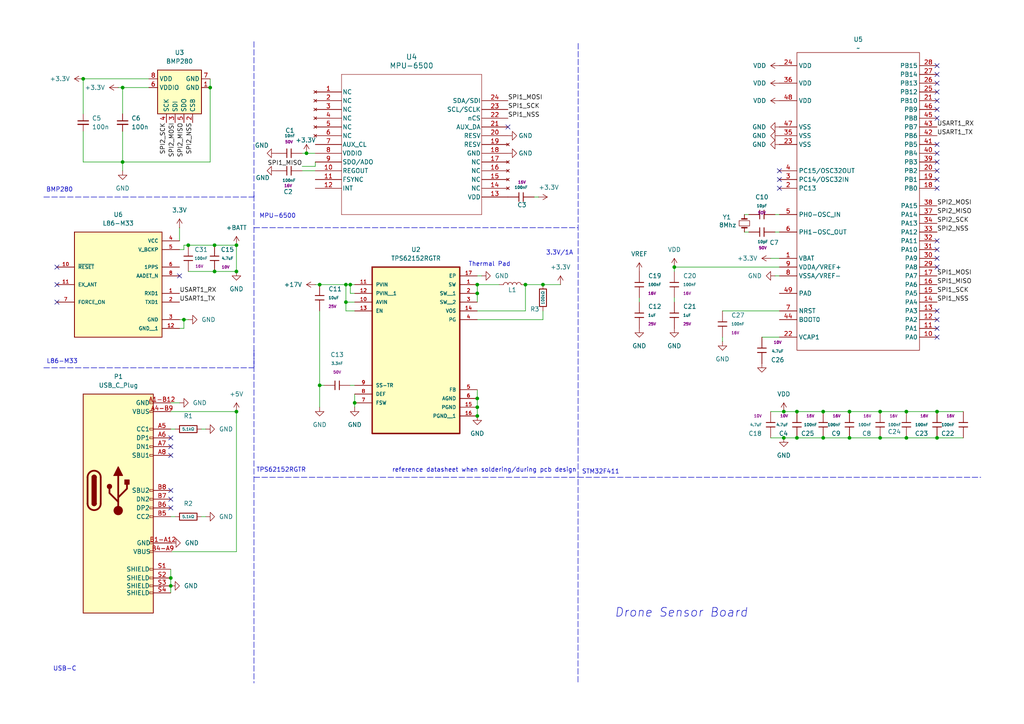
<source format=kicad_sch>
(kicad_sch (version 20250114) (generator "eeschema") (generator_version "9.0")
  (paper "A4")
  (text "L86-M33\n" (at 18.034 104.902 0) (effects (font (size 1.27 1.27))))
  (text "STM32F411\n" (at 174.244 136.906 0) (effects (font (size 1.27 1.27))))
  (text "USB-C\n" (at 18.796 194.056 0) (effects (font (size 1.27 1.27))))
  (text "TPS62152RGTR" (at 81.534 136.398 0) (effects (font (size 1.27 1.27))))
  (text "reference datasheet when soldering/during pcb design\n" (at 140.462 136.398 0) (effects (font (size 1.27 1.27))))
  (text "Thermal Pad\n" (at 141.986 76.708 0) (effects (font (size 1.27 1.27))))
  (text "3.3V/1A\n" (at 162.306 73.406 0) (effects (font (size 1.27 1.27))))
  (text "MPU-6500" (at 80.518 62.738 0) (effects (font (size 1.27 1.27))))
  (text "Drone Sensor Board" (at 197.612 177.8 0) (effects (font (size 2.54 2.54) (italic yes))))
  (text "BMP280" (at 17.272 55.118 0) (effects (font (size 1.27 1.27))))
  (junction (at 262.89 127))
  (junction (at 246.38 127))
  (junction (at 238.76 119.38))
  (junction (at 68.58 119.38))
  (junction (at 92.71 82.55))
  (junction (at 35.56 46.99))
  (junction (at 246.38 119.38))
  (junction (at 138.43 82.55))
  (junction (at 152.4 82.55))
  (junction (at 138.43 115.57))
  (junction (at 138.43 118.11))
  (junction (at 62.23 71.12))
  (junction (at 271.78 127))
  (junction (at 60.96 25.4))
  (junction (at 195.58 77.47))
  (junction (at 227.33 119.38))
  (junction (at 231.14 127))
  (junction (at 227.33 127))
  (junction (at 100.33 87.63))
  (junction (at 255.27 127))
  (junction (at 138.43 85.09))
  (junction (at 138.43 120.65))
  (junction (at 231.14 119.38))
  (junction (at 24.13 22.86))
  (junction (at 35.56 25.4))
  (junction (at 68.58 78.74))
  (junction (at 88.9 44.45))
  (junction (at 102.87 116.84))
  (junction (at 62.23 78.74))
  (junction (at 262.89 119.38))
  (junction (at 49.53 167.64))
  (junction (at 271.78 119.38))
  (junction (at 54.61 71.12))
  (junction (at 68.58 71.12))
  (junction (at 49.53 169.926))
  (junction (at 255.27 119.38))
  (junction (at 101.6 82.55))
  (junction (at 53.34 92.71))
  (junction (at 92.71 111.76))
  (junction (at 100.33 82.55))
  (junction (at 238.76 127))
  (junction (at 157.48 82.55))
  (no_connect (at 226.06 54.61))
  (no_connect (at 271.78 54.61))
  (no_connect (at 271.78 74.93))
  (no_connect (at 271.78 29.21))
  (no_connect (at 16.51 87.63))
  (no_connect (at 49.53 127))
  (no_connect (at 271.78 97.79))
  (no_connect (at 226.06 52.07))
  (no_connect (at 271.78 52.07))
  (no_connect (at 226.06 49.53))
  (no_connect (at 271.78 31.75))
  (no_connect (at 52.07 80.01))
  (no_connect (at 271.78 24.13))
  (no_connect (at 271.78 90.17))
  (no_connect (at 49.53 142.24))
  (no_connect (at 49.53 132.08))
  (no_connect (at 271.78 46.99))
  (no_connect (at 147.32 36.83))
  (no_connect (at 271.78 41.91))
  (no_connect (at 271.78 49.53))
  (no_connect (at 271.78 44.45))
  (no_connect (at 271.78 72.39))
  (no_connect (at 271.78 77.47))
  (no_connect (at 16.51 77.47))
  (no_connect (at 271.78 95.25))
  (no_connect (at 271.78 19.05))
  (no_connect (at 271.78 69.85))
  (no_connect (at 271.78 26.67))
  (no_connect (at 271.78 92.71))
  (no_connect (at 49.53 144.78))
  (no_connect (at 49.53 147.32))
  (no_connect (at 16.51 82.55))
  (no_connect (at 271.78 21.59))
  (no_connect (at 271.78 34.29))
  (no_connect (at 49.53 129.54))
  (wire (pts (xy 185.42 86.36) (xy 185.42 87.63)))
  (wire (pts (xy 152.4 82.55) (xy 157.48 82.55)))
  (wire (pts (xy 91.44 82.55) (xy 92.71 82.55)))
  (wire (pts (xy 195.58 78.74) (xy 195.58 77.47)))
  (wire (pts (xy 35.56 49.53) (xy 35.56 46.99)))
  (wire (pts (xy 209.55 90.17) (xy 226.06 90.17)))
  (wire (pts (xy 88.9 44.45) (xy 91.44 44.45)))
  (wire (pts (xy 52.07 66.04) (xy 52.07 69.85)))
  (wire (pts (xy 255.27 127) (xy 262.89 127)))
  (polyline (pts (xy 167.64 138.43) (xy 284.48 138.43)) (stroke (width 0) (type dash)))
  (wire (pts (xy 35.56 46.99) (xy 60.96 46.99)))
  (wire (pts (xy 87.63 48.26) (xy 91.44 48.26)))
  (wire (pts (xy 223.52 74.93) (xy 226.06 74.93)))
  (polyline (pts (xy 73.66 56.6989) (xy 73.66 106.68)) (stroke (width 0) (type dash)))
  (wire (pts (xy 220.98 97.79) (xy 226.06 97.79)))
  (wire (pts (xy 24.13 38.1) (xy 24.13 46.99)))
  (wire (pts (xy 49.53 169.926) (xy 49.53 171.958)))
  (wire (pts (xy 93.98 111.76) (xy 92.71 111.76)))
  (wire (pts (xy 53.34 72.39) (xy 52.07 72.39)))
  (wire (pts (xy 43.18 25.4) (xy 35.56 25.4)))
  (polyline (pts (xy 73.66 101.6) (xy 73.66 198.12)) (stroke (width 0) (type dash)))
  (wire (pts (xy 34.29 25.4) (xy 35.56 25.4)))
  (wire (pts (xy 138.43 90.17) (xy 152.4 90.17)))
  (wire (pts (xy 68.58 71.12) (xy 68.58 78.74)))
  (wire (pts (xy 246.38 127) (xy 238.76 127)))
  (wire (pts (xy 101.6 82.55) (xy 102.87 82.55)))
  (wire (pts (xy 227.33 119.38) (xy 231.14 119.38)))
  (wire (pts (xy 102.87 87.63) (xy 100.33 87.63)))
  (wire (pts (xy 54.61 92.71) (xy 53.34 92.71)))
  (wire (pts (xy 156.21 57.15) (xy 154.94 57.15)))
  (wire (pts (xy 54.61 78.74) (xy 62.23 78.74)))
  (wire (pts (xy 59.69 149.86) (xy 58.42 149.86)))
  (wire (pts (xy 279.4 119.38) (xy 271.78 119.38)))
  (wire (pts (xy 24.13 22.86) (xy 24.13 33.02)))
  (polyline (pts (xy 12.7 57.15) (xy 73.66 57.15)) (stroke (width 0) (type dash)))
  (wire (pts (xy 138.43 82.55) (xy 144.78 82.55)))
  (wire (pts (xy 62.23 78.74) (xy 68.58 78.74)))
  (wire (pts (xy 246.38 119.38) (xy 238.76 119.38)))
  (wire (pts (xy 226.06 80.01) (xy 224.79 80.01)))
  (wire (pts (xy 35.56 46.99) (xy 35.56 38.1)))
  (wire (pts (xy 102.87 90.17) (xy 100.33 90.17)))
  (wire (pts (xy 102.87 118.11) (xy 102.87 116.84)))
  (polyline (pts (xy 167.691 12.5854) (xy 167.6655 127.5777)) (stroke (width 0) (type dash)))
  (wire (pts (xy 102.87 85.09) (xy 101.6 85.09)))
  (wire (pts (xy 215.9 67.31) (xy 217.17 67.31)))
  (wire (pts (xy 92.71 82.55) (xy 100.33 82.55)))
  (wire (pts (xy 101.6 111.76) (xy 102.87 111.76)))
  (wire (pts (xy 49.53 124.46) (xy 50.8 124.46)))
  (wire (pts (xy 91.44 48.26) (xy 91.44 46.99)))
  (wire (pts (xy 68.58 119.38) (xy 68.58 160.02)))
  (wire (pts (xy 102.87 114.3) (xy 102.87 116.84)))
  (wire (pts (xy 223.52 119.38) (xy 227.33 119.38)))
  (wire (pts (xy 271.78 127) (xy 262.89 127)))
  (wire (pts (xy 35.56 25.4) (xy 35.56 33.02)))
  (wire (pts (xy 53.34 92.71) (xy 52.07 92.71)))
  (wire (pts (xy 53.34 71.12) (xy 53.34 72.39)))
  (wire (pts (xy 231.14 119.38) (xy 238.76 119.38)))
  (wire (pts (xy 138.43 118.11) (xy 138.43 120.65)))
  (wire (pts (xy 279.4 127) (xy 271.78 127)))
  (wire (pts (xy 224.79 67.31) (xy 226.06 67.31)))
  (wire (pts (xy 157.48 92.71) (xy 157.48 90.17)))
  (wire (pts (xy 139.7 80.01) (xy 138.43 80.01)))
  (wire (pts (xy 157.48 92.71) (xy 138.43 92.71)))
  (wire (pts (xy 271.78 119.38) (xy 262.89 119.38)))
  (wire (pts (xy 255.27 119.38) (xy 246.38 119.38)))
  (wire (pts (xy 138.43 113.03) (xy 138.43 115.57)))
  (wire (pts (xy 238.76 127) (xy 231.14 127)))
  (wire (pts (xy 87.63 44.45) (xy 88.9 44.45)))
  (wire (pts (xy 49.53 119.38) (xy 68.58 119.38)))
  (wire (pts (xy 60.96 46.99) (xy 60.96 25.4)))
  (wire (pts (xy 54.61 71.12) (xy 62.23 71.12)))
  (wire (pts (xy 162.56 82.55) (xy 157.48 82.55)))
  (wire (pts (xy 60.96 22.86) (xy 60.96 25.4)))
  (polyline (pts (xy 167.6655 127.5777) (xy 167.64 198.12)) (stroke (width 0) (type dash)))
  (polyline (pts (xy 73.66 12.065) (xy 73.66 57.15)) (stroke (width 0) (type dash)))
  (wire (pts (xy 138.43 115.57) (xy 138.43 118.11)))
  (wire (pts (xy 49.784 160.02) (xy 68.58 160.02)))
  (wire (pts (xy 215.9 62.23) (xy 217.17 62.23)))
  (wire (pts (xy 138.43 85.09) (xy 138.43 82.55)))
  (wire (pts (xy 195.58 86.36) (xy 195.58 87.63)))
  (wire (pts (xy 49.53 167.64) (xy 49.53 169.926)))
  (wire (pts (xy 50.8 149.86) (xy 49.53 149.86)))
  (wire (pts (xy 224.79 62.23) (xy 226.06 62.23)))
  (wire (pts (xy 100.33 87.63) (xy 100.33 82.55)))
  (wire (pts (xy 262.89 119.38) (xy 255.27 119.38)))
  (wire (pts (xy 53.34 95.25) (xy 53.34 92.71)))
  (wire (pts (xy 100.33 82.55) (xy 101.6 82.55)))
  (wire (pts (xy 52.07 116.84) (xy 49.53 116.84)))
  (wire (pts (xy 227.33 127) (xy 223.52 127)))
  (wire (pts (xy 227.33 127) (xy 231.14 127)))
  (wire (pts (xy 255.27 127) (xy 246.38 127)))
  (wire (pts (xy 24.13 46.99) (xy 35.56 46.99)))
  (wire (pts (xy 49.53 165.1) (xy 49.53 167.64)))
  (wire (pts (xy 100.33 90.17) (xy 100.33 87.63)))
  (wire (pts (xy 101.6 85.09) (xy 101.6 82.55)))
  (wire (pts (xy 53.34 71.12) (xy 54.61 71.12)))
  (polyline (pts (xy 73.66 138.43) (xy 167.64 138.43)) (stroke (width 0) (type dash)))
  (wire (pts (xy 152.4 90.17) (xy 152.4 82.55)))
  (wire (pts (xy 62.23 71.12) (xy 68.58 71.12)))
  (polyline (pts (xy 73.66 66.04) (xy 167.64 66.04)) (stroke (width 0) (type dash)))
  (wire (pts (xy 92.71 90.17) (xy 92.71 111.76)))
  (wire (pts (xy 43.18 22.86) (xy 24.13 22.86)))
  (wire (pts (xy 92.71 111.76) (xy 92.71 118.11)))
  (wire (pts (xy 87.63 49.53) (xy 91.44 49.53)))
  (polyline (pts (xy 12.7 106.68) (xy 73.66 106.68)) (stroke (width 0) (type dash)))
  (wire (pts (xy 59.69 124.46) (xy 58.42 124.46)))
  (wire (pts (xy 52.07 95.25) (xy 53.34 95.25)))
  (wire (pts (xy 195.58 77.47) (xy 226.06 77.47)))
  (wire (pts (xy 138.43 87.63) (xy 138.43 85.09)))
  (wire (pts (xy 209.55 99.06) (xy 209.55 97.79)))
  (label "USART1_RX" (at 52.07 85.09 0))
  (label "SPI1_SCK" (at 147.32 31.75 0))
  (label "SPI1_MISO" (at 87.63 48.26 180))
  (label "SPI1_NSS" (at 147.32 34.29 0))
  (label "SPI2_NSS" (at 55.88 35.56 270))
  (label "SPI2_SCK" (at 48.26 35.56 270))
  (label "SPI2_MISO" (at 271.78 62.23 0))
  (label "SPI1_MOSI" (at 147.32 29.21 0))
  (label "SPI1_SCK" (at 271.78 85.09 0))
  (label "USART1_TX" (at 52.07 87.63 0))
  (label "SPI1_MOSI" (at 271.78 80.01 0))
  (label "SPI2_MOSI" (at 271.78 59.69 0))
  (label "SPI1_NSS" (at 271.78 87.63 0))
  (label "SPI2_MOSI" (at 50.8 35.56 270))
  (label "SPI2_SCK" (at 271.78 64.77 0))
  (label "USART1_RX" (at 271.78 36.83 0))
  (label "SPI1_MISO" (at 271.78 82.55 0))
  (label "SPI2_NSS" (at 271.78 67.31 0))
  (label "SPI2_MISO" (at 53.34 35.56 270))
  (label "USART1_TX" (at 271.78 39.37 0))
  (symbol (lib_id "power:GND") (at 147.32 39.37 90) (unit 1)
    (property "Reference" "#PWR05" (effects (hide yes)))
    (property "Value" "GND" (at 150.368 39.37 90) (effects (justify right)))
    (property "Description" "Power symbol creates a global label with name \"GND\" , ground" (effects (hide yes)))
  )
  (symbol (lib_id "power:+3.3V") (at 162.56 82.55 0) (unit 1)
    (property "Reference" "#PWR037" (effects (hide yes)))
    (property "Value" "+3.3V" (at 162.56 77.47 0))
    (property "Description" "Power symbol creates a global label with name \"+3.3V\"" (effects (hide yes)))
  )
  (symbol (lib_name "0402,100nF_1") (lib_id "PCM_JLCPCB-Capacitors:0402,100nF") (at 54.61 74.93 0) (unit 1)
    (property "Reference" "C31" (at 56.388 72.39 0) (effects (justify left)))
    (property "Value" "100nF" (at 56.388 74.93 0) (effects (font (size 0.8 0.8)) (justify left)))
    (property "Footprint" "PCM_JLCPCB:C_0402" (effects (hide yes)))
    (property "Datasheet" "https://www.lcsc.com/datasheet/lcsc_datasheet_2304140030_Samsung-Electro-Mechanics-CL05B104KO5NNNC_C1525.pdf" (effects (hide yes)))
    (property "Description" "16V 100nF X7R ±10% 0402 Multilayer Ceramic Capacitors MLCC - SMD/SMT ROHS" (effects (hide yes)))
    (property "LCSC" "C1525" (effects (hide yes)))
    (property "Stock" "21618579" (effects (hide yes)))
    (property "Price" "0.004USD" (effects (hide yes)))
    (property "Process" "SMT" (effects (hide yes)))
    (property "Minimum Qty" "20" (effects (hide yes)))
    (property "Attrition Qty" "10" (effects (hide yes)))
    (property "Class" "Basic Component" (effects (hide yes)))
    (property "Category" "Capacitors,Multilayer Ceramic Capacitors MLCC - SMD/SMT" (effects (hide yes)))
    (property "Manufacturer" "Samsung Electro-Mechanics" (effects (hide yes)))
    (property "Part" "CL05B104KO5NNNC" (effects (hide yes)))
    (property "Voltage Rated" "16V" (at 56.642 77.216 0) (effects (font (size 0.8 0.8)) (justify left)))
    (property "Tolerance" "±10%" (effects (hide yes)))
    (property "Capacitance" "100nF" (effects (hide yes)))
    (property "Temperature Coefficient" "X7R" (effects (hide yes)))
  )
  (symbol (lib_id "Connector:USB_C_Plug_12pin") (at 34.29 142.24 0) (unit 1)
    (property "Reference" "P1" (at 34.3535 109.22 0))
    (property "Value" "USB_C_Plug" (at 34.3535 111.76 0))
    (property "Description" "USB Type-C Plug connector" (effects (hide yes)))
  )
  (symbol (lib_id "power:+BATT") (at 68.58 71.12 0) (unit 1)
    (property "Reference" "#PWR040" (effects (hide yes)))
    (property "Value" "+BATT" (at 68.58 66.04 0))
    (property "Description" "Power symbol creates a global label with name \"+BATT\"" (effects (hide yes)))
  )
  (symbol (lib_id "PCM_JLCPCB-Capacitors:0402,100nF") (at 83.82 49.53 90) (unit 1)
    (property "Reference" "C2" (at 83.566 55.626 90))
    (property "Value" "100nF" (at 83.82 52.324 90) (effects (font (size 0.8 0.8))))
    (property "Footprint" "PCM_JLCPCB:C_0402" (effects (hide yes)))
    (property "Datasheet" "https://www.lcsc.com/datasheet/lcsc_datasheet_2304140030_Samsung-Electro-Mechanics-CL05B104KO5NNNC_C1525.pdf" (effects (hide yes)))
    (property "Description" "16V 100nF X7R ±10% 0402 Multilayer Ceramic Capacitors MLCC - SMD/SMT ROHS" (effects (hide yes)))
    (property "LCSC" "C1525" (effects (hide yes)))
    (property "Stock" "24076106" (effects (hide yes)))
    (property "Price" "0.004USD" (effects (hide yes)))
    (property "Process" "SMT" (effects (hide yes)))
    (property "Minimum Qty" "20" (effects (hide yes)))
    (property "Attrition Qty" "10" (effects (hide yes)))
    (property "Class" "Basic Component" (effects (hide yes)))
    (property "Category" "Capacitors,Multilayer Ceramic Capacitors MLCC - SMD/SMT" (effects (hide yes)))
    (property "Manufacturer" "Samsung Electro-Mechanics" (effects (hide yes)))
    (property "Part" "CL05B104KO5NNNC" (effects (hide yes)))
    (property "Voltage Rated" "16V" (at 83.566 53.848 90) (effects (font (size 0.8 0.8))))
    (property "Tolerance" "±10%" (effects (hide yes)))
    (property "Capacitance" "100nF" (effects (hide yes)))
    (property "Temperature Coefficient" "X7R" (effects (hide yes)))
  )
  (symbol (lib_id "PCM_JLCPCB-Resistors:0402,100kΩ") (at 157.48 86.36 180) (unit 1)
    (property "Reference" "R3" (at 156.464 89.662 0) (effects (justify left)))
    (property "Value" "100kΩ" (at 157.48 86.36 90) (effects (font (size 0.8 0.8))))
    (property "Footprint" "PCM_JLCPCB:R_0402" (effects (hide yes)))
    (property "Datasheet" "https://www.lcsc.com/datasheet/lcsc_datasheet_2206010100_UNI-ROYAL-Uniroyal-Elec-0402WGF1003TCE_C25741.pdf" (effects (hide yes)))
    (property "Description" "62.5mW Thick Film Resistors 50V ±100ppm/°C ±1% 100kΩ 0402 Chip Resistor - Surface Mount ROHS" (effects (hide yes)))
    (property "LCSC" "C25741" (effects (hide yes)))
    (property "Stock" "4131148" (effects (hide yes)))
    (property "Price" "0.004USD" (effects (hide yes)))
    (property "Process" "SMT" (effects (hide yes)))
    (property "Minimum Qty" "20" (effects (hide yes)))
    (property "Attrition Qty" "10" (effects (hide yes)))
    (property "Class" "Basic Component" (effects (hide yes)))
    (property "Category" "Resistors,Chip Resistor - Surface Mount" (effects (hide yes)))
    (property "Manufacturer" "UNI-ROYAL(Uniroyal Elec)" (effects (hide yes)))
    (property "Part" "0402WGF1003TCE" (effects (hide yes)))
    (property "Resistance" "100kΩ" (effects (hide yes)))
    (property "Power(Watts)" "62.5mW" (effects (hide yes)))
    (property "Type" "Thick Film Resistors" (effects (hide yes)))
    (property "Overload Voltage (Max)" "50V" (effects (hide yes)))
    (property "Operating Temperature Range" "-55°C~+155°C" (effects (hide yes)))
    (property "Tolerance" "±1%" (effects (hide yes)))
    (property "Temperature Coefficient" "±100ppm/°C" (effects (hide yes)))
  )
  (symbol (lib_id "STM32:STM32F411CEU6") (at 248.92 59.69 0) (unit 1)
    (property "Reference" "U5" (at 248.92 11.43 0))
    (property "Value" "~" (at 248.92 13.97 0))
    (property "Footprint" "ProLib_pcs_2025-03-31:UFQFPN-48_L7.0-W7.0-P0.50-BL-EP" (effects (hide yes)))
    (property "Datasheet" "https://atta.szlcsc.com/upload/public/pdf/source/20151026/1457707507170.pdf" (effects (hide yes)))
    (property "Description" "CPU Core:ARM-M4 CPU Maximum Speed:100MHz Program Storage Size:512KB Program Memory Type:FLASH Number of I/O:36 ADC (Bit):12bit Low Voltage Detection Threshold:1.7V~3.6V Low Voltage Detection Threshold:1.7V~3.6V Application Area:-" (effects (hide yes)))
    (property "Manufacturer Part" "STM32F411CEU6" (effects (hide yes)))
    (property "Manufacturer" "ST(意法半导体)" (effects (hide yes)))
    (property "Supplier Part" "C60420" (effects (hide yes)))
    (property "Supplier" "LCSC" (effects (hide yes)))
    (property "LCSC Part Name" "带DSP和FPU的高性能基本型系列ARM Cortex-M4 MCU，具有512 KB Flash、100 MHz CPU和ART加速器" (effects (hide yes)))
  )
  (symbol (lib_id "power:GND") (at 138.43 120.65 0) (unit 1)
    (property "Reference" "#PWR036" (effects (hide yes)))
    (property "Value" "GND" (at 138.43 125.73 0))
    (property "Description" "Power symbol creates a global label with name \"GND\" , ground" (effects (hide yes)))
  )
  (symbol (lib_id "power:GND") (at 80.01 44.45 270) (unit 1)
    (property "Reference" "#PWR02" (effects (hide yes)))
    (property "Value" "GND" (at 77.978 42.164 90) (effects (justify right)))
    (property "Description" "Power symbol creates a global label with name \"GND\" , ground" (effects (hide yes)))
  )
  (symbol (lib_id "power:GND") (at 227.33 127 0) (unit 1)
    (property "Reference" "#PWR019" (effects (hide yes)))
    (property "Value" "GND" (at 227.33 132.08 0))
    (property "Description" "Power symbol creates a global label with name \"GND\" , ground" (effects (hide yes)))
  )
  (symbol (lib_id "power:VDD") (at 195.58 77.47 0) (unit 1)
    (property "Reference" "#PWR08" (effects (hide yes)))
    (property "Value" "VDD" (at 195.58 72.39 0))
    (property "Description" "Power symbol creates a global label with name \"VDD\"" (effects (hide yes)))
  )
  (symbol (lib_id "power:GND") (at 49.784 157.48 90) (unit 1)
    (property "Reference" "#PWR016" (effects (hide yes)))
    (property "Value" "GND" (at 53.594 157.4799 90) (effects (justify right)))
    (property "Description" "Power symbol creates a global label with name \"GND\" , ground" (effects (hide yes)))
  )
  (symbol (lib_id "PCM_JLCPCB-Capacitors:0402,4.7uF") (at 223.52 123.19 0) (unit 1)
    (property "Reference" "C18" (at 220.98 125.7301 0) (effects (justify right)))
    (property "Value" "4.7uF" (at 220.98 123.19 0) (effects (font (size 0.8 0.8)) (justify right)))
    (property "Footprint" "PCM_JLCPCB:C_0402" (effects (hide yes)))
    (property "Datasheet" "https://www.lcsc.com/datasheet/lcsc_datasheet_2304140030_Samsung-Electro-Mechanics-CL05A475MP5NRNC_C23733.pdf" (effects (hide yes)))
    (property "Description" "10V 4.7uF X5R ±20% 0402 Multilayer Ceramic Capacitors MLCC - SMD/SMT ROHS" (effects (hide yes)))
    (property "LCSC" "C23733" (effects (hide yes)))
    (property "Stock" "1705932" (effects (hide yes)))
    (property "Price" "0.008USD" (effects (hide yes)))
    (property "Process" "SMT" (effects (hide yes)))
    (property "Minimum Qty" "20" (effects (hide yes)))
    (property "Attrition Qty" "10" (effects (hide yes)))
    (property "Class" "Basic Component" (effects (hide yes)))
    (property "Category" "Capacitors,Multilayer Ceramic Capacitors MLCC - SMD/SMT" (effects (hide yes)))
    (property "Manufacturer" "Samsung Electro-Mechanics" (effects (hide yes)))
    (property "Part" "CL05A475MP5NRNC" (effects (hide yes)))
    (property "Voltage Rated" "10V" (at 220.98 120.65 0) (effects (font (size 0.8 0.8)) (justify right)))
    (property "Tolerance" "±20%" (effects (hide yes)))
    (property "Capacitance" "4.7uF" (effects (hide yes)))
    (property "Temperature Coefficient" "X5R" (effects (hide yes)))
  )
  (symbol (lib_id "power:GND") (at 59.69 149.86 90) (unit 1)
    (property "Reference" "#PWR014" (effects (hide yes)))
    (property "Value" "GND" (at 63.5 149.8599 90) (effects (justify right)))
    (property "Description" "Power symbol creates a global label with name \"GND\" , ground" (effects (hide yes)))
  )
  (symbol (lib_id "power:GND") (at 226.06 41.91 270) (unit 1)
    (property "Reference" "#PWR030" (effects (hide yes)))
    (property "Value" "GND" (at 222.25 41.9099 90) (effects (justify right)))
    (property "Description" "Power symbol creates a global label with name \"GND\" , ground" (effects (hide yes)))
  )
  (symbol (lib_id "power:GND") (at 52.07 116.84 90) (unit 1)
    (property "Reference" "#PWR015" (effects (hide yes)))
    (property "Value" "GND" (at 55.88 116.8399 90) (effects (justify right)))
    (property "Description" "Power symbol creates a global label with name \"GND\" , ground" (effects (hide yes)))
  )
  (symbol (lib_id "PCM_JLCPCB-Capacitors:0402,100nF") (at 262.89 123.19 180) (unit 1)
    (property "Reference" "C24" (at 261.366 125.222 0) (effects (justify left)))
    (property "Value" "100nF" (at 261.366 123.19 0) (effects (font (size 0.8 0.8)) (justify left)))
    (property "Footprint" "PCM_JLCPCB:C_0402" (effects (hide yes)))
    (property "Datasheet" "https://www.lcsc.com/datasheet/lcsc_datasheet_2304140030_Samsung-Electro-Mechanics-CL05B104KO5NNNC_C1525.pdf" (effects (hide yes)))
    (property "Description" "16V 100nF X7R ±10% 0402 Multilayer Ceramic Capacitors MLCC - SMD/SMT ROHS" (effects (hide yes)))
    (property "LCSC" "C1525" (effects (hide yes)))
    (property "Stock" "24076106" (effects (hide yes)))
    (property "Price" "0.004USD" (effects (hide yes)))
    (property "Process" "SMT" (effects (hide yes)))
    (property "Minimum Qty" "20" (effects (hide yes)))
    (property "Attrition Qty" "10" (effects (hide yes)))
    (property "Class" "Basic Component" (effects (hide yes)))
    (property "Category" "Capacitors,Multilayer Ceramic Capacitors MLCC - SMD/SMT" (effects (hide yes)))
    (property "Manufacturer" "Samsung Electro-Mechanics" (effects (hide yes)))
    (property "Part" "CL05B104KO5NNNC" (effects (hide yes)))
    (property "Voltage Rated" "16V" (at 260.35 120.65 0) (effects (font (size 0.8 0.8)) (justify left)))
    (property "Tolerance" "±10%" (effects (hide yes)))
    (property "Capacitance" "100nF" (effects (hide yes)))
    (property "Temperature Coefficient" "X7R" (effects (hide yes)))
  )
  (symbol (lib_id "PCM_JLCPCB-Resistors:0402,5.1kΩ") (at 54.61 124.46 270) (unit 1)
    (property "Reference" "R1" (at 54.61 120.65 90))
    (property "Value" "5.1kΩ" (at 54.61 124.46 90) (effects (font (size 0.8 0.8))))
    (property "Footprint" "PCM_JLCPCB:R_0402" (effects (hide yes)))
    (property "Datasheet" "https://www.lcsc.com/datasheet/lcsc_datasheet_2206010045_UNI-ROYAL-Uniroyal-Elec-0402WGF5101TCE_C25905.pdf" (effects (hide yes)))
    (property "Description" "62.5mW Thick Film Resistors 50V ±100ppm/°C ±1% 5.1kΩ 0402 Chip Resistor - Surface Mount ROHS" (effects (hide yes)))
    (property "LCSC" "C25905" (effects (hide yes)))
    (property "Stock" "2545110" (effects (hide yes)))
    (property "Price" "0.004USD" (effects (hide yes)))
    (property "Process" "SMT" (effects (hide yes)))
    (property "Minimum Qty" "20" (effects (hide yes)))
    (property "Attrition Qty" "10" (effects (hide yes)))
    (property "Class" "Basic Component" (effects (hide yes)))
    (property "Category" "Resistors,Chip Resistor - Surface Mount" (effects (hide yes)))
    (property "Manufacturer" "UNI-ROYAL(Uniroyal Elec)" (effects (hide yes)))
    (property "Part" "0402WGF5101TCE" (effects (hide yes)))
    (property "Resistance" "5.1kΩ" (effects (hide yes)))
    (property "Power(Watts)" "62.5mW" (effects (hide yes)))
    (property "Type" "Thick Film Resistors" (effects (hide yes)))
    (property "Overload Voltage (Max)" "50V" (effects (hide yes)))
    (property "Operating Temperature Range" "-55°C~+155°C" (effects (hide yes)))
    (property "Tolerance" "±1%" (effects (hide yes)))
    (property "Temperature Coefficient" "±100ppm/°C" (effects (hide yes)))
  )
  (symbol (lib_id "power:+3.3V") (at 223.52 74.93 90) (unit 1)
    (property "Reference" "#PWR011" (effects (hide yes)))
    (property "Value" "+3.3V" (at 219.71 74.9299 90) (effects (justify left)))
    (property "Description" "Power symbol creates a global label with name \"+3.3V\"" (effects (hide yes)))
  )
  (symbol (lib_id "power:VDD") (at 226.06 19.05 90) (unit 1)
    (property "Reference" "#PWR027" (effects (hide yes)))
    (property "Value" "VDD" (at 222.25 19.0499 90) (effects (justify left)))
    (property "Description" "Power symbol creates a global label with name \"VDD\"" (effects (hide yes)))
  )
  (symbol (lib_id "power:+3.3V") (at 34.29 25.4 90) (unit 1)
    (property "Reference" "#PWR013" (effects (hide yes)))
    (property "Value" "+3.3V" (at 30.48 25.3999 90) (effects (justify left)))
    (property "Description" "Power symbol creates a global label with name \"+3.3V\"" (effects (hide yes)))
  )
  (symbol (lib_id "Sensor_Pressure:BMP280") (at 53.34 25.4 90) (unit 1)
    (property "Reference" "U3" (at 52.07 15.24 90))
    (property "Value" "BMP280" (at 52.07 17.78 90))
    (property "Footprint" "Package_LGA:Bosch_LGA-8_2x2.5mm_P0.65mm_ClockwisePinNumbering" (effects (hide yes)))
    (property "Datasheet" "https://ae-bst.resource.bosch.com/media/_tech/media/datasheets/BST-BMP280-DS001.pdf" (effects (hide yes)))
    (property "Description" "Absolute Barometric Pressure Sensor, LGA-8" (effects (hide yes)))
  )
  (symbol (lib_id "power:VDD") (at 227.33 119.38 0) (unit 1)
    (property "Reference" "#PWR020" (effects (hide yes)))
    (property "Value" "VDD" (at 227.33 114.3 0))
    (property "Description" "Power symbol creates a global label with name \"VDD\"" (effects (hide yes)))
  )
  (symbol (lib_id "PCM_JLCPCB-Capacitors:0402,100nF") (at 246.38 123.19 180) (unit 1)
    (property "Reference" "C9" (at 243.84 125.7301 0) (effects (justify left)))
    (property "Value" "100nF" (at 243.84 123.19 0) (effects (font (size 0.8 0.8)) (justify left)))
    (property "Footprint" "PCM_JLCPCB:C_0402" (effects (hide yes)))
    (property "Datasheet" "https://www.lcsc.com/datasheet/lcsc_datasheet_2304140030_Samsung-Electro-Mechanics-CL05B104KO5NNNC_C1525.pdf" (effects (hide yes)))
    (property "Description" "16V 100nF X7R ±10% 0402 Multilayer Ceramic Capacitors MLCC - SMD/SMT ROHS" (effects (hide yes)))
    (property "LCSC" "C1525" (effects (hide yes)))
    (property "Stock" "24076106" (effects (hide yes)))
    (property "Price" "0.004USD" (effects (hide yes)))
    (property "Process" "SMT" (effects (hide yes)))
    (property "Minimum Qty" "20" (effects (hide yes)))
    (property "Attrition Qty" "10" (effects (hide yes)))
    (property "Class" "Basic Component" (effects (hide yes)))
    (property "Category" "Capacitors,Multilayer Ceramic Capacitors MLCC - SMD/SMT" (effects (hide yes)))
    (property "Manufacturer" "Samsung Electro-Mechanics" (effects (hide yes)))
    (property "Part" "CL05B104KO5NNNC" (effects (hide yes)))
    (property "Voltage Rated" "16V" (at 243.84 120.65 0) (effects (font (size 0.8 0.8)) (justify left)))
    (property "Tolerance" "±10%" (effects (hide yes)))
    (property "Capacitance" "100nF" (effects (hide yes)))
    (property "Temperature Coefficient" "X7R" (effects (hide yes)))
  )
  (symbol (lib_id "PCM_JLCPCB-Capacitors:0402,4.7uF") (at 231.14 123.19 180) (unit 1)
    (property "Reference" "C4" (at 228.6 125.7301 0) (effects (justify left)))
    (property "Value" "4.7uF" (at 228.6 123.19 0) (effects (font (size 0.8 0.8)) (justify left)))
    (property "Footprint" "PCM_JLCPCB:C_0402" (effects (hide yes)))
    (property "Datasheet" "https://www.lcsc.com/datasheet/lcsc_datasheet_2304140030_Samsung-Electro-Mechanics-CL05A475MP5NRNC_C23733.pdf" (effects (hide yes)))
    (property "Description" "10V 4.7uF X5R ±20% 0402 Multilayer Ceramic Capacitors MLCC - SMD/SMT ROHS" (effects (hide yes)))
    (property "LCSC" "C23733" (effects (hide yes)))
    (property "Stock" "1705932" (effects (hide yes)))
    (property "Price" "0.008USD" (effects (hide yes)))
    (property "Process" "SMT" (effects (hide yes)))
    (property "Minimum Qty" "20" (effects (hide yes)))
    (property "Attrition Qty" "10" (effects (hide yes)))
    (property "Class" "Basic Component" (effects (hide yes)))
    (property "Category" "Capacitors,Multilayer Ceramic Capacitors MLCC - SMD/SMT" (effects (hide yes)))
    (property "Manufacturer" "Samsung Electro-Mechanics" (effects (hide yes)))
    (property "Part" "CL05A475MP5NRNC" (effects (hide yes)))
    (property "Voltage Rated" "10V" (at 228.6 120.65 0) (effects (font (size 0.8 0.8)) (justify left)))
    (property "Tolerance" "±20%" (effects (hide yes)))
    (property "Capacitance" "4.7uF" (effects (hide yes)))
    (property "Temperature Coefficient" "X5R" (effects (hide yes)))
  )
  (symbol (lib_id "L86:L86-M33") (at 34.29 80.01 0) (unit 1)
    (property "Reference" "U6" (at 34.29 62.23 0))
    (property "Value" "L86-M33" (at 34.29 64.77 0))
    (property "Footprint" "L86-M33:XCVR_L86-M33" (effects (hide yes)))
    (property "Description" "L86 is an ultra-compact GNSS POT _Patch on Top_ module with an embedded 18.4mm × 18.4mm × 4.0mm patch antenna and utilizes the MediaTek new generation GNSS chipset MT3333 that achieves the perfect performance" (effects (hide yes)))
    (property "MF" "Quectel" (effects (hide yes)))
    (property "PACKAGE" "None" (effects (hide yes)))
    (property "PRICE" "None" (effects (hide yes)))
    (property "MP" "L86" (effects (hide yes)))
    (property "AVAILABILITY" "Unavailable" (effects (hide yes)))
  )
  (symbol (lib_id "power:+5V") (at 68.58 119.38 0) (unit 1)
    (property "Reference" "#PWR017" (effects (hide yes)))
    (property "Value" "+5V" (at 68.58 114.3 0))
    (property "Description" "Power symbol creates a global label with name \"+5V\"" (effects (hide yes)))
  )
  (symbol (lib_id "Device:Crystal_Small") (at 215.9 64.77 90) (unit 1)
    (property "Reference" "Y1" (at 209.55 62.992 90) (effects (justify right)))
    (property "Value" "8Mhz" (at 208.534 65.278 90) (effects (justify right)))
    (property "Description" "Two pin crystal, small symbol" (effects (hide yes)))
    (property "LCSC" "C157341" (effects (hide yes)))
  )
  (symbol (lib_id "PCM_JLCPCB-Capacitors:0402,10pF") (at 220.98 62.23 90) (unit 1)
    (property "Reference" "C10" (at 220.98 57.15 90))
    (property "Value" "10pF" (at 220.98 59.69 90) (effects (font (size 0.8 0.8))))
    (property "Footprint" "PCM_JLCPCB:C_0402" (effects (hide yes)))
    (property "Datasheet" "https://www.lcsc.com/datasheet/lcsc_datasheet_2304140030_Samsung-Electro-Mechanics-CL05C100JB5NNNC_C32949.pdf" (effects (hide yes)))
    (property "Description" "50V 10pF C0G ±5% 0402 Multilayer Ceramic Capacitors MLCC - SMD/SMT ROHS" (effects (hide yes)))
    (property "LCSC" "C32949" (effects (hide yes)))
    (property "Stock" "478360" (effects (hide yes)))
    (property "Price" "0.008USD" (effects (hide yes)))
    (property "Process" "SMT" (effects (hide yes)))
    (property "Minimum Qty" "20" (effects (hide yes)))
    (property "Attrition Qty" "10" (effects (hide yes)))
    (property "Class" "Basic Component" (effects (hide yes)))
    (property "Category" "Capacitors,Multilayer Ceramic Capacitors MLCC - SMD/SMT" (effects (hide yes)))
    (property "Manufacturer" "Samsung Electro-Mechanics" (effects (hide yes)))
    (property "Part" "CL05C100JB5NNNC" (effects (hide yes)))
    (property "Voltage Rated" "50V" (at 221.234 71.882 90) (effects (font (size 0.8 0.8))))
    (property "Tolerance" "±5%" (effects (hide yes)))
    (property "Capacitance" "10pF" (effects (hide yes)))
    (property "Temperature Coefficient" "C0G" (effects (hide yes)))
  )
  (symbol (lib_id "PCM_JLCPCB-Capacitors:0402,10nF") (at 83.82 44.45 90) (unit 1)
    (property "Reference" "C1" (at 84.074 37.846 90))
    (property "Value" "10nF" (at 84.074 39.37 90) (effects (font (size 0.8 0.8))))
    (property "Footprint" "PCM_JLCPCB:C_0402" (effects (hide yes)))
    (property "Datasheet" "https://www.lcsc.com/datasheet/lcsc_datasheet_2304140030_Samsung-Electro-Mechanics-CL05B103KB5NNNC_C15195.pdf" (effects (hide yes)))
    (property "Description" "50V 10nF X7R ±10% 0402 Multilayer Ceramic Capacitors MLCC - SMD/SMT ROHS" (effects (hide yes)))
    (property "LCSC" "C15195" (effects (hide yes)))
    (property "Stock" "3130843" (effects (hide yes)))
    (property "Price" "0.005USD" (effects (hide yes)))
    (property "Process" "SMT" (effects (hide yes)))
    (property "Minimum Qty" "20" (effects (hide yes)))
    (property "Attrition Qty" "10" (effects (hide yes)))
    (property "Class" "Basic Component" (effects (hide yes)))
    (property "Category" "Capacitors,Multilayer Ceramic Capacitors MLCC - SMD/SMT" (effects (hide yes)))
    (property "Manufacturer" "Samsung Electro-Mechanics" (effects (hide yes)))
    (property "Part" "CL05B103KB5NNNC" (effects (hide yes)))
    (property "Voltage Rated" "50V" (at 83.82 41.148 90) (effects (font (size 0.8 0.8))))
    (property "Tolerance" "±10%" (effects (hide yes)))
    (property "Capacitance" "10nF" (effects (hide yes)))
    (property "Temperature Coefficient" "X7R" (effects (hide yes)))
  )
  (symbol (lib_id "power:GND") (at 147.32 44.45 90) (unit 1)
    (property "Reference" "#PWR06" (effects (hide yes)))
    (property "Value" "GND" (at 150.368 44.45 90) (effects (justify right)))
    (property "Description" "Power symbol creates a global label with name \"GND\" , ground" (effects (hide yes)))
  )
  (symbol (lib_id "power:GND") (at 224.79 80.01 270) (unit 1)
    (property "Reference" "#PWR022" (effects (hide yes)))
    (property "Value" "GND" (at 220.98 80.0099 90) (effects (justify right)))
    (property "Description" "Power symbol creates a global label with name \"GND\" , ground" (effects (hide yes)))
  )
  (symbol (lib_id "PCM_JLCPCB-Capacitors:0402,100nF") (at 279.4 123.19 180) (unit 1)
    (property "Reference" "C22" (at 276.86 125.7301 0) (effects (justify left)))
    (property "Value" "100nF" (at 276.86 123.19 0) (effects (font (size 0.8 0.8)) (justify left)))
    (property "Footprint" "PCM_JLCPCB:C_0402" (effects (hide yes)))
    (property "Datasheet" "https://www.lcsc.com/datasheet/lcsc_datasheet_2304140030_Samsung-Electro-Mechanics-CL05B104KO5NNNC_C1525.pdf" (effects (hide yes)))
    (property "Description" "16V 100nF X7R ±10% 0402 Multilayer Ceramic Capacitors MLCC - SMD/SMT ROHS" (effects (hide yes)))
    (property "LCSC" "C1525" (effects (hide yes)))
    (property "Stock" "24076106" (effects (hide yes)))
    (property "Price" "0.004USD" (effects (hide yes)))
    (property "Process" "SMT" (effects (hide yes)))
    (property "Minimum Qty" "20" (effects (hide yes)))
    (property "Attrition Qty" "10" (effects (hide yes)))
    (property "Class" "Basic Component" (effects (hide yes)))
    (property "Category" "Capacitors,Multilayer Ceramic Capacitors MLCC - SMD/SMT" (effects (hide yes)))
    (property "Manufacturer" "Samsung Electro-Mechanics" (effects (hide yes)))
    (property "Part" "CL05B104KO5NNNC" (effects (hide yes)))
    (property "Voltage Rated" "16V" (at 276.86 120.65 0) (effects (font (size 0.8 0.8)) (justify left)))
    (property "Tolerance" "±10%" (effects (hide yes)))
    (property "Capacitance" "100nF" (effects (hide yes)))
    (property "Temperature Coefficient" "X7R" (effects (hide yes)))
  )
  (symbol (lib_id "PCM_JLCPCB-Capacitors:0402,100nF") (at 185.42 82.55 0) (unit 1)
    (property "Reference" "C19" (at 187.96 80.0099 0) (effects (justify left)))
    (property "Value" "100nF" (at 187.96 82.55 0) (effects (font (size 0.8 0.8)) (justify left)))
    (property "Footprint" "PCM_JLCPCB:C_0402" (effects (hide yes)))
    (property "Datasheet" "https://www.lcsc.com/datasheet/lcsc_datasheet_2304140030_Samsung-Electro-Mechanics-CL05B104KO5NNNC_C1525.pdf" (effects (hide yes)))
    (property "Description" "16V 100nF X7R ±10% 0402 Multilayer Ceramic Capacitors MLCC - SMD/SMT ROHS" (effects (hide yes)))
    (property "LCSC" "C1525" (effects (hide yes)))
    (property "Stock" "24076106" (effects (hide yes)))
    (property "Price" "0.004USD" (effects (hide yes)))
    (property "Process" "SMT" (effects (hide yes)))
    (property "Minimum Qty" "20" (effects (hide yes)))
    (property "Attrition Qty" "10" (effects (hide yes)))
    (property "Class" "Basic Component" (effects (hide yes)))
    (property "Category" "Capacitors,Multilayer Ceramic Capacitors MLCC - SMD/SMT" (effects (hide yes)))
    (property "Manufacturer" "Samsung Electro-Mechanics" (effects (hide yes)))
    (property "Part" "CL05B104KO5NNNC" (effects (hide yes)))
    (property "Voltage Rated" "16V" (at 187.96 85.09 0) (effects (font (size 0.8 0.8)) (justify left)))
    (property "Tolerance" "±10%" (effects (hide yes)))
    (property "Capacitance" "100nF" (effects (hide yes)))
    (property "Temperature Coefficient" "X7R" (effects (hide yes)))
  )
  (symbol (lib_id "PCM_JLCPCB-Capacitors:0402,10pF") (at 220.98 67.31 270) (unit 1)
    (property "Reference" "C7" (at 224.536 70.358 90))
    (property "Value" "10pF" (at 221.234 70.104 90) (effects (font (size 0.8 0.8))))
    (property "Footprint" "PCM_JLCPCB:C_0402" (effects (hide yes)))
    (property "Datasheet" "https://www.lcsc.com/datasheet/lcsc_datasheet_2304140030_Samsung-Electro-Mechanics-CL05C100JB5NNNC_C32949.pdf" (effects (hide yes)))
    (property "Description" "50V 10pF C0G ±5% 0402 Multilayer Ceramic Capacitors MLCC - SMD/SMT ROHS" (effects (hide yes)))
    (property "LCSC" "C32949" (effects (hide yes)))
    (property "Stock" "478360" (effects (hide yes)))
    (property "Price" "0.008USD" (effects (hide yes)))
    (property "Process" "SMT" (effects (hide yes)))
    (property "Minimum Qty" "20" (effects (hide yes)))
    (property "Attrition Qty" "10" (effects (hide yes)))
    (property "Class" "Basic Component" (effects (hide yes)))
    (property "Category" "Capacitors,Multilayer Ceramic Capacitors MLCC - SMD/SMT" (effects (hide yes)))
    (property "Manufacturer" "Samsung Electro-Mechanics" (effects (hide yes)))
    (property "Part" "CL05C100JB5NNNC" (effects (hide yes)))
    (property "Voltage Rated" "50V" (at 220.98 61.722 90) (effects (font (size 0.8 0.8))))
    (property "Tolerance" "±5%" (effects (hide yes)))
    (property "Capacitance" "10pF" (effects (hide yes)))
    (property "Temperature Coefficient" "C0G" (effects (hide yes)))
  )
  (symbol (lib_id "power:GND") (at 220.98 105.41 0) (unit 1)
    (property "Reference" "#PWR025" (effects (hide yes)))
    (property "Value" "GND" (effects (hide yes)))
    (property "Description" "Power symbol creates a global label with name \"GND\" , ground" (effects (hide yes)))
  )
  (symbol (lib_id "power:+3.3V") (at 156.21 57.15 270) (unit 1)
    (property "Reference" "#PWR04" (effects (hide yes)))
    (property "Value" "+3.3V" (at 156.21 54.356 90) (effects (justify left)))
    (property "Description" "Power symbol creates a global label with name \"+3.3V\"" (effects (hide yes)))
  )
  (symbol (lib_id "power:+3.3V") (at 24.13 22.86 90) (unit 1)
    (property "Reference" "#PWR012" (effects (hide yes)))
    (property "Value" "+3.3V" (at 20.32 22.8599 90) (effects (justify left)))
    (property "Description" "Power symbol creates a global label with name \"+3.3V\"" (effects (hide yes)))
  )
  (symbol (lib_id "MPU-6500:MPU-6500") (at 91.44 26.67 0) (unit 1)
    (property "Reference" "U4" (at 119.38 16.51 0) (effects (font (size 1.524 1.524))))
    (property "Value" "MPU-6500" (at 119.38 19.05 0) (effects (font (size 1.524 1.524))))
    (property "Footprint" "QFN24_3X3X0P9_IVS" (effects (hide yes)))
    (property "Datasheet" "MPU-6500" (effects (hide yes)))
  )
  (symbol (lib_id "power:VDD") (at 185.42 78.74 0) (unit 1)
    (property "Reference" "#PWR023" (effects (hide yes)))
    (property "Value" "VREF" (at 185.42 73.66 0))
    (property "Description" "Power symbol creates a global label with name \"VDD\"" (effects (hide yes)))
  )
  (symbol (lib_id "PCM_JLCPCB-Capacitors:0402,3.3nF") (at 97.79 111.76 90) (unit 1)
    (property "Reference" "C13" (at 97.79 102.87 90))
    (property "Value" "3.3nF" (at 97.79 105.41 90) (effects (font (size 0.8 0.8))))
    (property "Footprint" "PCM_JLCPCB:C_0402" (effects (hide yes)))
    (property "Datasheet" "https://www.lcsc.com/datasheet/lcsc_datasheet_2304140030_Samsung-Electro-Mechanics-CL05B332KB5NNNC_C26404.pdf" (effects (hide yes)))
    (property "Description" "50V 3.3nF X7R ±10% 0402 Multilayer Ceramic Capacitors MLCC - SMD/SMT ROHS" (effects (hide yes)))
    (property "LCSC" "C26404" (effects (hide yes)))
    (property "Stock" "46184" (effects (hide yes)))
    (property "Price" "0.008USD" (effects (hide yes)))
    (property "Process" "SMT" (effects (hide yes)))
    (property "Minimum Qty" "20" (effects (hide yes)))
    (property "Attrition Qty" "10" (effects (hide yes)))
    (property "Class" "Preferred Component" (effects (hide yes)))
    (property "Category" "Capacitors,Multilayer Ceramic Capacitors MLCC - SMD/SMT" (effects (hide yes)))
    (property "Manufacturer" "Samsung Electro-Mechanics" (effects (hide yes)))
    (property "Part" "CL05B332KB5NNNC" (effects (hide yes)))
    (property "Voltage Rated" "50V" (at 97.79 107.95 90) (effects (font (size 0.8 0.8))))
    (property "Tolerance" "±10%" (effects (hide yes)))
    (property "Capacitance" "3.3nF" (effects (hide yes)))
    (property "Temperature Coefficient" "X7R" (effects (hide yes)))
  )
  (symbol (lib_id "power:GND") (at 195.58 95.25 0) (unit 1)
    (property "Reference" "#PWR07" (effects (hide yes)))
    (property "Value" "GND" (at 195.58 100.33 0))
    (property "Description" "Power symbol creates a global label with name \"GND\" , ground" (effects (hide yes)))
  )
  (symbol (lib_id "power:GND") (at 226.06 39.37 270) (unit 1)
    (property "Reference" "#PWR029" (effects (hide yes)))
    (property "Value" "GND" (at 222.25 39.3699 90) (effects (justify right)))
    (property "Description" "Power symbol creates a global label with name \"GND\" , ground" (effects (hide yes)))
  )
  (symbol (lib_id "power:VDD") (at 226.06 29.21 90) (unit 1)
    (property "Reference" "#PWR021" (effects (hide yes)))
    (property "Value" "VDD" (at 222.25 29.2099 90) (effects (justify left)))
    (property "Description" "Power symbol creates a global label with name \"VDD\"" (effects (hide yes)))
  )
  (symbol (lib_id "PCM_JLCPCB-Capacitors:0603,10uF,(2)") (at 92.71 86.36 0) (unit 1)
    (property "Reference" "C11" (at 95.25 83.8199 0) (effects (justify left)))
    (property "Value" "10uF" (at 95.25 86.36 0) (effects (font (size 0.8 0.8)) (justify left)))
    (property "Footprint" "PCM_JLCPCB:C_0603" (effects (hide yes)))
    (property "Datasheet" "https://www.lcsc.com/datasheet/lcsc_datasheet_2304140030_Samsung-Electro-Mechanics-CL10A106MA8NRNC_C96446.pdf" (effects (hide yes)))
    (property "Description" "25V 10uF X5R ±20% 0603 Multilayer Ceramic Capacitors MLCC - SMD/SMT ROHS" (effects (hide yes)))
    (property "LCSC" "C96446" (effects (hide yes)))
    (property "Stock" "2946545" (effects (hide yes)))
    (property "Price" "0.017USD" (effects (hide yes)))
    (property "Process" "SMT" (effects (hide yes)))
    (property "Minimum Qty" "20" (effects (hide yes)))
    (property "Attrition Qty" "8" (effects (hide yes)))
    (property "Class" "Basic Component" (effects (hide yes)))
    (property "Category" "Capacitors,Multilayer Ceramic Capacitors MLCC - SMD/SMT" (effects (hide yes)))
    (property "Manufacturer" "Samsung Electro-Mechanics" (effects (hide yes)))
    (property "Part" "CL10A106MA8NRNC" (effects (hide yes)))
    (property "Voltage Rated" "25V" (at 95.25 88.9 0) (effects (font (size 0.8 0.8)) (justify left)))
    (property "Tolerance" "±20%" (effects (hide yes)))
    (property "Capacitance" "10uF" (effects (hide yes)))
    (property "Temperature Coefficient" "X5R" (effects (hide yes)))
  )
  (symbol (lib_id "power:GND") (at 59.69 124.46 90) (unit 1)
    (property "Reference" "#PWR09" (effects (hide yes)))
    (property "Value" "GND" (at 63.5 124.4599 90) (effects (justify right)))
    (property "Description" "Power symbol creates a global label with name \"GND\" , ground" (effects (hide yes)))
  )
  (symbol (lib_id "PCM_JLCPCB-Capacitors:0402,100nF") (at 255.27 123.19 180) (unit 1)
    (property "Reference" "C8" (at 252.73 125.7301 0) (effects (justify left)))
    (property "Value" "100nF" (at 252.73 123.19 0) (effects (font (size 0.8 0.8)) (justify left)))
    (property "Footprint" "PCM_JLCPCB:C_0402" (effects (hide yes)))
    (property "Datasheet" "https://www.lcsc.com/datasheet/lcsc_datasheet_2304140030_Samsung-Electro-Mechanics-CL05B104KO5NNNC_C1525.pdf" (effects (hide yes)))
    (property "Description" "16V 100nF X7R ±10% 0402 Multilayer Ceramic Capacitors MLCC - SMD/SMT ROHS" (effects (hide yes)))
    (property "LCSC" "C1525" (effects (hide yes)))
    (property "Stock" "24076106" (effects (hide yes)))
    (property "Price" "0.004USD" (effects (hide yes)))
    (property "Process" "SMT" (effects (hide yes)))
    (property "Minimum Qty" "20" (effects (hide yes)))
    (property "Attrition Qty" "10" (effects (hide yes)))
    (property "Class" "Basic Component" (effects (hide yes)))
    (property "Category" "Capacitors,Multilayer Ceramic Capacitors MLCC - SMD/SMT" (effects (hide yes)))
    (property "Manufacturer" "Samsung Electro-Mechanics" (effects (hide yes)))
    (property "Part" "CL05B104KO5NNNC" (effects (hide yes)))
    (property "Voltage Rated" "16V" (at 252.73 120.65 0) (effects (font (size 0.8 0.8)) (justify left)))
    (property "Tolerance" "±10%" (effects (hide yes)))
    (property "Capacitance" "100nF" (effects (hide yes)))
    (property "Temperature Coefficient" "X7R" (effects (hide yes)))
  )
  (symbol (lib_id "power:GND") (at 49.53 169.926 90) (unit 1)
    (property "Reference" "#PWR018" (effects (hide yes)))
    (property "Value" "GND" (at 53.34 169.9259 90) (effects (justify right)))
    (property "Description" "Power symbol creates a global label with name \"GND\" , ground" (effects (hide yes)))
  )
  (symbol (lib_id "power:GND") (at 68.58 78.74 0) (unit 1)
    (property "Reference" "#PWR041" (effects (hide yes)))
    (property "Value" "GND" (at 68.58 83.82 0))
    (property "Description" "Power symbol creates a global label with name \"GND\" , ground" (effects (hide yes)))
  )
  (symbol (lib_id "PCM_JLCPCB-Capacitors:0402,1uF") (at 185.42 91.44 0) (unit 1)
    (property "Reference" "C12" (at 187.96 88.8999 0) (effects (justify left)))
    (property "Value" "1uF" (at 187.96 91.44 0) (effects (font (size 0.8 0.8)) (justify left)))
    (property "Footprint" "PCM_JLCPCB:C_0402" (effects (hide yes)))
    (property "Datasheet" "https://www.lcsc.com/datasheet/lcsc_datasheet_2304140030_Samsung-Electro-Mechanics-CL05A105KA5NQNC_C52923.pdf" (effects (hide yes)))
    (property "Description" "25V 1uF X5R ±10% 0402 Multilayer Ceramic Capacitors MLCC - SMD/SMT ROHS" (effects (hide yes)))
    (property "LCSC" "C52923" (effects (hide yes)))
    (property "Stock" "8212249" (effects (hide yes)))
    (property "Price" "0.006USD" (effects (hide yes)))
    (property "Process" "SMT" (effects (hide yes)))
    (property "Minimum Qty" "20" (effects (hide yes)))
    (property "Attrition Qty" "10" (effects (hide yes)))
    (property "Class" "Basic Component" (effects (hide yes)))
    (property "Category" "Capacitors,Multilayer Ceramic Capacitors MLCC - SMD/SMT" (effects (hide yes)))
    (property "Manufacturer" "Samsung Electro-Mechanics" (effects (hide yes)))
    (property "Part" "CL05A105KA5NQNC" (effects (hide yes)))
    (property "Voltage Rated" "25V" (at 187.96 93.98 0) (effects (font (size 0.8 0.8)) (justify left)))
    (property "Tolerance" "±10%" (effects (hide yes)))
    (property "Capacitance" "1uF" (effects (hide yes)))
    (property "Temperature Coefficient" "X5R" (effects (hide yes)))
  )
  (symbol (lib_id "power:GND") (at 54.61 92.71 90) (unit 1)
    (property "Reference" "#PWR043" (effects (hide yes)))
    (property "Value" "GND" (at 58.42 92.7099 90) (effects (justify right)))
    (property "Description" "Power symbol creates a global label with name \"GND\" , ground" (effects (hide yes)))
  )
  (symbol (lib_id "TPS62152RGTR:TPS62152RGTR") (at 120.65 97.79 0) (unit 1)
    (property "Reference" "U2" (at 120.65 72.39 0))
    (property "Value" "TPS62152RGTR" (at 120.65 74.93 0))
    (property "Footprint" "TPS62152RGTR:QFN50P300X300X100-17N" (effects (hide yes)))
  )
  (symbol (lib_id "power:GND") (at 209.55 99.06 0) (unit 1)
    (property "Reference" "#PWR031" (effects (hide yes)))
    (property "Value" "GND" (at 209.55 104.14 0))
    (property "Description" "Power symbol creates a global label with name \"GND\" , ground" (effects (hide yes)))
  )
  (symbol (lib_id "PCM_JLCPCB-Capacitors:0402,100nF") (at 238.76 123.19 180) (unit 1)
    (property "Reference" "C25" (at 236.22 125.7301 0) (effects (justify left)))
    (property "Value" "100nF" (at 236.982 123.19 0) (effects (font (size 0.8 0.8)) (justify left)))
    (property "Footprint" "PCM_JLCPCB:C_0402" (effects (hide yes)))
    (property "Datasheet" "https://www.lcsc.com/datasheet/lcsc_datasheet_2304140030_Samsung-Electro-Mechanics-CL05B104KO5NNNC_C1525.pdf" (effects (hide yes)))
    (property "Description" "16V 100nF X7R ±10% 0402 Multilayer Ceramic Capacitors MLCC - SMD/SMT ROHS" (effects (hide yes)))
    (property "LCSC" "C1525" (effects (hide yes)))
    (property "Stock" "24076106" (effects (hide yes)))
    (property "Price" "0.004USD" (effects (hide yes)))
    (property "Process" "SMT" (effects (hide yes)))
    (property "Minimum Qty" "20" (effects (hide yes)))
    (property "Attrition Qty" "10" (effects (hide yes)))
    (property "Class" "Basic Component" (effects (hide yes)))
    (property "Category" "Capacitors,Multilayer Ceramic Capacitors MLCC - SMD/SMT" (effects (hide yes)))
    (property "Manufacturer" "Samsung Electro-Mechanics" (effects (hide yes)))
    (property "Part" "CL05B104KO5NNNC" (effects (hide yes)))
    (property "Voltage Rated" "16V" (at 236.22 120.65 0) (effects (font (size 0.8 0.8)) (justify left)))
    (property "Tolerance" "±10%" (effects (hide yes)))
    (property "Capacitance" "100nF" (effects (hide yes)))
    (property "Temperature Coefficient" "X7R" (effects (hide yes)))
  )
  (symbol (lib_id "PCM_JLCPCB-Capacitors:0402,100nF") (at 271.78 123.19 180) (unit 1)
    (property "Reference" "C23" (at 269.24 125.7301 0) (effects (justify left)))
    (property "Value" "100nF" (at 269.24 123.19 0) (effects (font (size 0.8 0.8)) (justify left)))
    (property "Footprint" "PCM_JLCPCB:C_0402" (effects (hide yes)))
    (property "Datasheet" "https://www.lcsc.com/datasheet/lcsc_datasheet_2304140030_Samsung-Electro-Mechanics-CL05B104KO5NNNC_C1525.pdf" (effects (hide yes)))
    (property "Description" "16V 100nF X7R ±10% 0402 Multilayer Ceramic Capacitors MLCC - SMD/SMT ROHS" (effects (hide yes)))
    (property "LCSC" "C1525" (effects (hide yes)))
    (property "Stock" "24076106" (effects (hide yes)))
    (property "Price" "0.004USD" (effects (hide yes)))
    (property "Process" "SMT" (effects (hide yes)))
    (property "Minimum Qty" "20" (effects (hide yes)))
    (property "Attrition Qty" "10" (effects (hide yes)))
    (property "Class" "Basic Component" (effects (hide yes)))
    (property "Category" "Capacitors,Multilayer Ceramic Capacitors MLCC - SMD/SMT" (effects (hide yes)))
    (property "Manufacturer" "Samsung Electro-Mechanics" (effects (hide yes)))
    (property "Part" "CL05B104KO5NNNC" (effects (hide yes)))
    (property "Voltage Rated" "16V" (at 269.24 120.65 0) (effects (font (size 0.8 0.8)) (justify left)))
    (property "Tolerance" "±10%" (effects (hide yes)))
    (property "Capacitance" "100nF" (effects (hide yes)))
    (property "Temperature Coefficient" "X7R" (effects (hide yes)))
  )
  (symbol (lib_id "power:GND") (at 102.87 118.11 0) (unit 1)
    (property "Reference" "#PWR035" (effects (hide yes)))
    (property "Value" "GND" (at 102.87 123.19 0))
    (property "Description" "Power symbol creates a global label with name \"GND\" , ground" (effects (hide yes)))
  )
  (symbol (lib_id "PCM_JLCPCB-Capacitors:0402,100nF") (at 209.55 93.98 0) (unit 1)
    (property "Reference" "C27" (at 212.09 91.4399 0) (effects (justify left)))
    (property "Value" "100nF" (at 212.09 93.98 0) (effects (font (size 0.8 0.8)) (justify left)))
    (property "Footprint" "PCM_JLCPCB:C_0402" (effects (hide yes)))
    (property "Datasheet" "https://www.lcsc.com/datasheet/lcsc_datasheet_2304140030_Samsung-Electro-Mechanics-CL05B104KO5NNNC_C1525.pdf" (effects (hide yes)))
    (property "Description" "16V 100nF X7R ±10% 0402 Multilayer Ceramic Capacitors MLCC - SMD/SMT ROHS" (effects (hide yes)))
    (property "LCSC" "C1525" (effects (hide yes)))
    (property "Stock" "24076106" (effects (hide yes)))
    (property "Price" "0.004USD" (effects (hide yes)))
    (property "Process" "SMT" (effects (hide yes)))
    (property "Minimum Qty" "20" (effects (hide yes)))
    (property "Attrition Qty" "10" (effects (hide yes)))
    (property "Class" "Basic Component" (effects (hide yes)))
    (property "Category" "Capacitors,Multilayer Ceramic Capacitors MLCC - SMD/SMT" (effects (hide yes)))
    (property "Manufacturer" "Samsung Electro-Mechanics" (effects (hide yes)))
    (property "Part" "CL05B104KO5NNNC" (effects (hide yes)))
    (property "Voltage Rated" "16V" (at 212.09 96.52 0) (effects (font (size 0.8 0.8)) (justify left)))
    (property "Tolerance" "±10%" (effects (hide yes)))
    (property "Capacitance" "100nF" (effects (hide yes)))
    (property "Temperature Coefficient" "X7R" (effects (hide yes)))
  )
  (symbol (lib_id "power:GND") (at 139.7 80.01 90) (unit 1)
    (property "Reference" "#PWR032" (effects (hide yes)))
    (property "Value" "GND" (at 143.51 80.0099 90) (effects (justify right)))
    (property "Description" "Power symbol creates a global label with name \"GND\" , ground" (effects (hide yes)))
  )
  (symbol (lib_id "power:+3.3V") (at 91.44 82.55 90) (unit 1)
    (property "Reference" "#PWR033" (effects (hide yes)))
    (property "Value" "+17V" (at 87.63 82.5499 90) (effects (justify left)))
    (property "Description" "Power symbol creates a global label with name \"+3.3V\"" (effects (hide yes)))
  )
  (symbol (lib_id "PCM_JLCPCB-Capacitors:0402,4.7uF") (at 220.98 101.6 0) (unit 1)
    (property "Reference" "C26" (at 225.552 104.394 0))
    (property "Value" "4.7uF" (at 225.552 101.854 0) (effects (font (size 0.8 0.8))))
    (property "Footprint" "PCM_JLCPCB:C_0402" (effects (hide yes)))
    (property "Datasheet" "https://www.lcsc.com/datasheet/lcsc_datasheet_2304140030_Samsung-Electro-Mechanics-CL05A475MP5NRNC_C23733.pdf" (effects (hide yes)))
    (property "Description" "10V 4.7uF X5R ±20% 0402 Multilayer Ceramic Capacitors MLCC - SMD/SMT ROHS" (effects (hide yes)))
    (property "LCSC" "C23733" (effects (hide yes)))
    (property "Stock" "1705932" (effects (hide yes)))
    (property "Price" "0.008USD" (effects (hide yes)))
    (property "Process" "SMT" (effects (hide yes)))
    (property "Minimum Qty" "20" (effects (hide yes)))
    (property "Attrition Qty" "10" (effects (hide yes)))
    (property "Class" "Basic Component" (effects (hide yes)))
    (property "Category" "Capacitors,Multilayer Ceramic Capacitors MLCC - SMD/SMT" (effects (hide yes)))
    (property "Manufacturer" "Samsung Electro-Mechanics" (effects (hide yes)))
    (property "Part" "CL05A475MP5NRNC" (effects (hide yes)))
    (property "Voltage Rated" "10V" (at 225.552 99.314 0) (effects (font (size 0.8 0.8))))
    (property "Tolerance" "±20%" (effects (hide yes)))
    (property "Capacitance" "4.7uF" (effects (hide yes)))
    (property "Temperature Coefficient" "X5R" (effects (hide yes)))
  )
  (symbol (lib_id "PCM_JLCPCB-Resistors:0402,5.1kΩ") (at 54.61 149.86 270) (unit 1)
    (property "Reference" "R2" (at 54.61 146.05 90))
    (property "Value" "5.1kΩ" (at 54.61 149.86 90) (effects (font (size 0.8 0.8))))
    (property "Footprint" "PCM_JLCPCB:R_0402" (effects (hide yes)))
    (property "Datasheet" "https://www.lcsc.com/datasheet/lcsc_datasheet_2206010045_UNI-ROYAL-Uniroyal-Elec-0402WGF5101TCE_C25905.pdf" (effects (hide yes)))
    (property "Description" "62.5mW Thick Film Resistors 50V ±100ppm/°C ±1% 5.1kΩ 0402 Chip Resistor - Surface Mount ROHS" (effects (hide yes)))
    (property "LCSC" "C25905" (effects (hide yes)))
    (property "Stock" "2545110" (effects (hide yes)))
    (property "Price" "0.004USD" (effects (hide yes)))
    (property "Process" "SMT" (effects (hide yes)))
    (property "Minimum Qty" "20" (effects (hide yes)))
    (property "Attrition Qty" "10" (effects (hide yes)))
    (property "Class" "Basic Component" (effects (hide yes)))
    (property "Category" "Resistors,Chip Resistor - Surface Mount" (effects (hide yes)))
    (property "Manufacturer" "UNI-ROYAL(Uniroyal Elec)" (effects (hide yes)))
    (property "Part" "0402WGF5101TCE" (effects (hide yes)))
    (property "Resistance" "5.1kΩ" (effects (hide yes)))
    (property "Power(Watts)" "62.5mW" (effects (hide yes)))
    (property "Type" "Thick Film Resistors" (effects (hide yes)))
    (property "Overload Voltage (Max)" "50V" (effects (hide yes)))
    (property "Operating Temperature Range" "-55°C~+155°C" (effects (hide yes)))
    (property "Tolerance" "±1%" (effects (hide yes)))
    (property "Temperature Coefficient" "±100ppm/°C" (effects (hide yes)))
  )
  (symbol (lib_id "power:+BATT") (at 52.07 66.04 0) (unit 1)
    (property "Reference" "#PWR042" (effects (hide yes)))
    (property "Value" "3.3V" (at 52.07 60.96 0))
    (property "Description" "Power symbol creates a global label with name \"+BATT\"" (effects (hide yes)))
  )
  (symbol (lib_id "PCM_JLCPCB-Capacitors:0402,100nF") (at 151.13 57.15 270) (unit 1)
    (property "Reference" "C3" (at 151.384 59.436 90))
    (property "Value" "100nF" (at 151.13 54.356 90) (effects (font (size 0.8 0.8))))
    (property "Footprint" "PCM_JLCPCB:C_0402" (effects (hide yes)))
    (property "Datasheet" "https://www.lcsc.com/datasheet/lcsc_datasheet_2304140030_Samsung-Electro-Mechanics-CL05B104KO5NNNC_C1525.pdf" (effects (hide yes)))
    (property "Description" "16V 100nF X7R ±10% 0402 Multilayer Ceramic Capacitors MLCC - SMD/SMT ROHS" (effects (hide yes)))
    (property "LCSC" "C1525" (effects (hide yes)))
    (property "Stock" "24076106" (effects (hide yes)))
    (property "Price" "0.004USD" (effects (hide yes)))
    (property "Process" "SMT" (effects (hide yes)))
    (property "Minimum Qty" "20" (effects (hide yes)))
    (property "Attrition Qty" "10" (effects (hide yes)))
    (property "Class" "Basic Component" (effects (hide yes)))
    (property "Category" "Capacitors,Multilayer Ceramic Capacitors MLCC - SMD/SMT" (effects (hide yes)))
    (property "Manufacturer" "Samsung Electro-Mechanics" (effects (hide yes)))
    (property "Part" "CL05B104KO5NNNC" (effects (hide yes)))
    (property "Voltage Rated" "16V" (at 151.384 52.832 90) (effects (font (size 0.8 0.8))))
    (property "Tolerance" "±10%" (effects (hide yes)))
    (property "Capacitance" "100nF" (effects (hide yes)))
    (property "Temperature Coefficient" "X7R" (effects (hide yes)))
  )
  (symbol (lib_id "power:GND") (at 92.71 118.11 0) (unit 1)
    (property "Reference" "#PWR034" (effects (hide yes)))
    (property "Value" "GND" (at 92.71 123.19 0))
    (property "Description" "Power symbol creates a global label with name \"GND\" , ground" (effects (hide yes)))
  )
  (symbol (lib_name "0402,4.7uF_1") (lib_id "PCM_JLCPCB-Capacitors:0402,4.7uF") (at 62.23 74.93 0) (unit 1)
    (property "Reference" "C15" (at 64.008 72.39 0) (effects (justify left)))
    (property "Value" "4.7uF" (at 64.262 74.93 0) (effects (font (size 0.8 0.8)) (justify left)))
    (property "Footprint" "PCM_JLCPCB:C_0402" (effects (hide yes)))
    (property "Datasheet" "https://www.lcsc.com/datasheet/lcsc_datasheet_2304140030_Samsung-Electro-Mechanics-CL05A475MP5NRNC_C23733.pdf" (effects (hide yes)))
    (property "Description" "10V 4.7uF X5R ±20% 0402 Multilayer Ceramic Capacitors MLCC - SMD/SMT ROHS" (effects (hide yes)))
    (property "LCSC" "C23733" (effects (hide yes)))
    (property "Stock" "1297662" (effects (hide yes)))
    (property "Price" "0.008USD" (effects (hide yes)))
    (property "Process" "SMT" (effects (hide yes)))
    (property "Minimum Qty" "20" (effects (hide yes)))
    (property "Attrition Qty" "10" (effects (hide yes)))
    (property "Class" "Basic Component" (effects (hide yes)))
    (property "Category" "Capacitors,Multilayer Ceramic Capacitors MLCC - SMD/SMT" (effects (hide yes)))
    (property "Manufacturer" "Samsung Electro-Mechanics" (effects (hide yes)))
    (property "Part" "CL05A475MP5NRNC" (effects (hide yes)))
    (property "Voltage Rated" "10V" (at 64.262 77.47 0) (effects (font (size 0.8 0.8)) (justify left)))
    (property "Tolerance" "±20%" (effects (hide yes)))
    (property "Capacitance" "4.7uF" (effects (hide yes)))
    (property "Temperature Coefficient" "X5R" (effects (hide yes)))
  )
  (symbol (lib_id "power:GND") (at 185.42 95.25 0) (unit 1)
    (property "Reference" "#PWR024" (effects (hide yes)))
    (property "Value" "GND" (at 185.42 100.33 0))
    (property "Description" "Power symbol creates a global label with name \"GND\" , ground" (effects (hide yes)))
  )
  (symbol (lib_id "PCM_JLCPCB-Capacitors:0402,100nF") (at 195.58 82.55 0) (unit 1)
    (property "Reference" "C20" (at 198.12 80.0099 0) (effects (justify left)))
    (property "Value" "100nF" (at 198.12 82.55 0) (effects (font (size 0.8 0.8)) (justify left)))
    (property "Footprint" "PCM_JLCPCB:C_0402" (effects (hide yes)))
    (property "Datasheet" "https://www.lcsc.com/datasheet/lcsc_datasheet_2304140030_Samsung-Electro-Mechanics-CL05B104KO5NNNC_C1525.pdf" (effects (hide yes)))
    (property "Description" "16V 100nF X7R ±10% 0402 Multilayer Ceramic Capacitors MLCC - SMD/SMT ROHS" (effects (hide yes)))
    (property "LCSC" "C1525" (effects (hide yes)))
    (property "Stock" "24076106" (effects (hide yes)))
    (property "Price" "0.004USD" (effects (hide yes)))
    (property "Process" "SMT" (effects (hide yes)))
    (property "Minimum Qty" "20" (effects (hide yes)))
    (property "Attrition Qty" "10" (effects (hide yes)))
    (property "Class" "Basic Component" (effects (hide yes)))
    (property "Category" "Capacitors,Multilayer Ceramic Capacitors MLCC - SMD/SMT" (effects (hide yes)))
    (property "Manufacturer" "Samsung Electro-Mechanics" (effects (hide yes)))
    (property "Part" "CL05B104KO5NNNC" (effects (hide yes)))
    (property "Voltage Rated" "16V" (at 198.12 85.09 0) (effects (font (size 0.8 0.8)) (justify left)))
    (property "Tolerance" "±10%" (effects (hide yes)))
    (property "Capacitance" "100nF" (effects (hide yes)))
    (property "Temperature Coefficient" "X7R" (effects (hide yes)))
  )
  (symbol (lib_id "PCM_JLCPCB-Capacitors:0402,1uF") (at 195.58 91.44 0) (unit 1)
    (property "Reference" "C21" (at 198.12 88.8999 0) (effects (justify left)))
    (property "Value" "1uF" (at 198.12 91.44 0) (effects (font (size 0.8 0.8)) (justify left)))
    (property "Footprint" "PCM_JLCPCB:C_0402" (effects (hide yes)))
    (property "Datasheet" "https://www.lcsc.com/datasheet/lcsc_datasheet_2304140030_Samsung-Electro-Mechanics-CL05A105KA5NQNC_C52923.pdf" (effects (hide yes)))
    (property "Description" "25V 1uF X5R ±10% 0402 Multilayer Ceramic Capacitors MLCC - SMD/SMT ROHS" (effects (hide yes)))
    (property "LCSC" "C52923" (effects (hide yes)))
    (property "Stock" "8212249" (effects (hide yes)))
    (property "Price" "0.006USD" (effects (hide yes)))
    (property "Process" "SMT" (effects (hide yes)))
    (property "Minimum Qty" "20" (effects (hide yes)))
    (property "Attrition Qty" "10" (effects (hide yes)))
    (property "Class" "Basic Component" (effects (hide yes)))
    (property "Category" "Capacitors,Multilayer Ceramic Capacitors MLCC - SMD/SMT" (effects (hide yes)))
    (property "Manufacturer" "Samsung Electro-Mechanics" (effects (hide yes)))
    (property "Part" "CL05A105KA5NQNC" (effects (hide yes)))
    (property "Voltage Rated" "25V" (at 198.12 93.98 0) (effects (font (size 0.8 0.8)) (justify left)))
    (property "Tolerance" "±10%" (effects (hide yes)))
    (property "Capacitance" "1uF" (effects (hide yes)))
    (property "Temperature Coefficient" "X5R" (effects (hide yes)))
  )
  (symbol (lib_id "PCM_JLCPCB-Inductors:2.2uH,50mA") (at 148.59 82.55 90) (unit 1)
    (property "Reference" "L1" (at 148.59 84.074 90))
    (property "Value" "2.2uH,50mA" (effects (hide yes)))
    (property "Footprint" "PCM_JLCPCB:L_0805" (effects (hide yes)))
    (property "Datasheet" "https://www.lcsc.com/datasheet/lcsc_datasheet_2302231101_FH--Guangdong-Fenghua-Advanced-Tech-CMI201209U2R2KT_C1043.pdf" (effects (hide yes)))
    (property "Description" "50mA 2.2uH ±10% 600mΩ 0805 Inductors (SMD) ROHS" (effects (hide yes)))
    (property "LCSC" "C1043" (effects (hide yes)))
    (property "Stock" "105675" (effects (hide yes)))
    (property "Price" "0.011USD" (effects (hide yes)))
    (property "Process" "SMT" (effects (hide yes)))
    (property "Minimum Qty" "20" (effects (hide yes)))
    (property "Attrition Qty" "10" (effects (hide yes)))
    (property "Class" "Preferred Component" (effects (hide yes)))
    (property "Category" "Inductors/Coils/Transformers,Inductors (SMD)" (effects (hide yes)))
    (property "Manufacturer" "FH(Guangdong Fenghua Advanced Tech)" (effects (hide yes)))
    (property "Part" "CMI201209U2R2KT" (effects (hide yes)))
    (property "Inductance" "2.2uH" (effects (hide yes)))
    (property "Q @ Freq" "35@10MHz" (effects (hide yes)))
    (property "Frequency - Self Resonant" "50MHz" (effects (hide yes)))
    (property "Tolerance" "±10%" (effects (hide yes)))
    (property "Rated Current" "50mA" (effects (hide yes)))
    (property "DC Resistance (DCR)" "600mΩ" (effects (hide yes)))
  )
  (symbol (lib_id "power:+3.3V") (at 88.9 44.45 0) (unit 1)
    (property "Reference" "#PWR03" (effects (hide yes)))
    (property "Value" "+3.3V" (at 88.646 40.64 0))
    (property "Description" "Power symbol creates a global label with name \"+3.3V\"" (effects (hide yes)))
  )
  (symbol (lib_id "power:GND") (at 80.01 49.53 270) (unit 1)
    (property "Reference" "#PWR01" (effects (hide yes)))
    (property "Value" "GND" (at 78.232 51.562 90) (effects (justify right)))
    (property "Description" "Power symbol creates a global label with name \"GND\" , ground" (effects (hide yes)))
  )
  (symbol (lib_id "Device:C_Small") (at 24.13 35.56 0) (unit 1)
    (property "Reference" "C5" (at 26.67 34.2962 0) (effects (justify left)))
    (property "Value" "100n" (at 26.67 36.8362 0) (effects (justify left)))
    (property "Description" "Unpolarized capacitor, small symbol" (effects (hide yes)))
  )
  (symbol (lib_id "power:GND") (at 226.06 36.83 270) (unit 1)
    (property "Reference" "#PWR028" (effects (hide yes)))
    (property "Value" "GND" (at 222.25 36.8299 90) (effects (justify right)))
    (property "Description" "Power symbol creates a global label with name \"GND\" , ground" (effects (hide yes)))
  )
  (symbol (lib_id "Device:C_Small") (at 35.56 35.56 0) (unit 1)
    (property "Reference" "C6" (at 38.1 34.2962 0) (effects (justify left)))
    (property "Value" "100n" (at 38.1 36.8362 0) (effects (justify left)))
    (property "Description" "Unpolarized capacitor, small symbol" (effects (hide yes)))
  )
  (symbol (lib_id "power:GND") (at 35.56 49.53 0) (unit 1)
    (property "Reference" "#PWR010" (effects (hide yes)))
    (property "Value" "GND" (at 35.56 54.61 0))
    (property "Description" "Power symbol creates a global label with name \"GND\" , ground" (effects (hide yes)))
  )
  (symbol (lib_id "power:VDD") (at 226.06 24.13 90) (unit 1)
    (property "Reference" "#PWR026" (effects (hide yes)))
    (property "Value" "VDD" (at 222.25 24.1299 90) (effects (justify left)))
    (property "Description" "Power symbol creates a global label with name \"VDD\"" (effects (hide yes)))
  )
)
</source>
